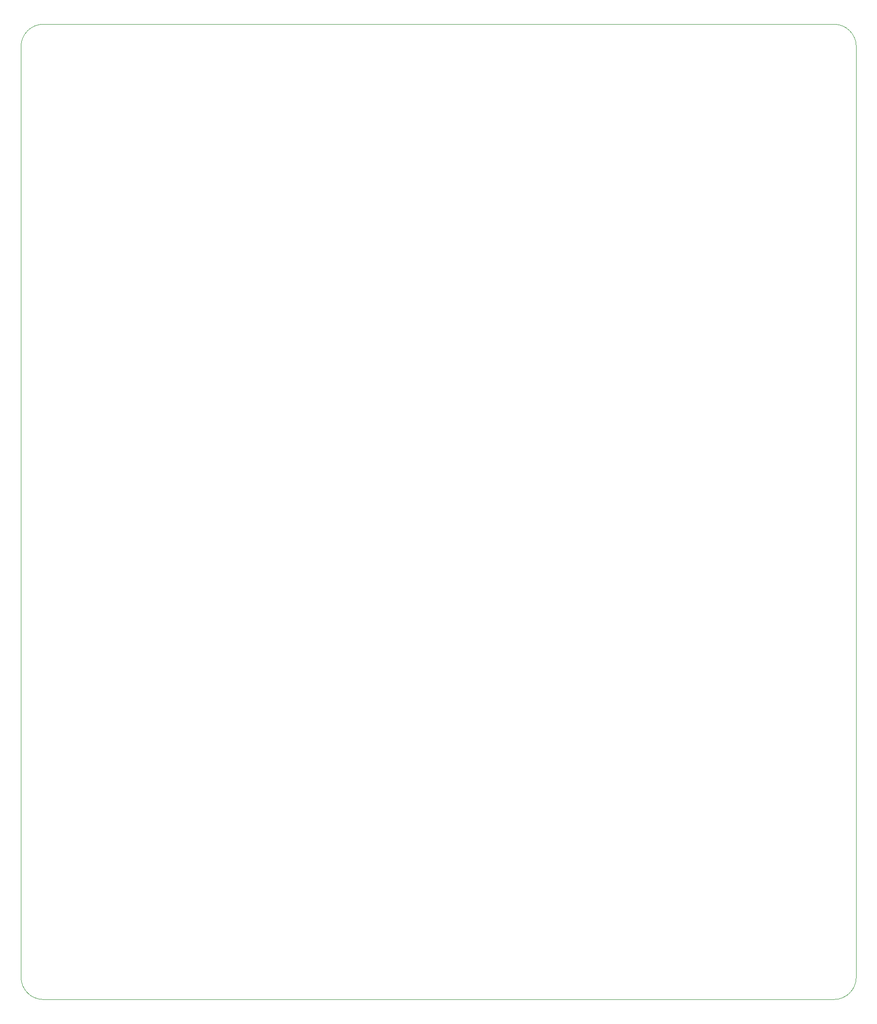
<source format=gbr>
%TF.GenerationSoftware,KiCad,Pcbnew,(5.1.4)-1*%
%TF.CreationDate,2021-04-02T11:00:34-05:00*%
%TF.ProjectId,PackVoltage_2021,5061636b-566f-46c7-9461-67655f323032,rev?*%
%TF.SameCoordinates,Original*%
%TF.FileFunction,Profile,NP*%
%FSLAX46Y46*%
G04 Gerber Fmt 4.6, Leading zero omitted, Abs format (unit mm)*
G04 Created by KiCad (PCBNEW (5.1.4)-1) date 2021-04-02 11:00:34*
%MOMM*%
%LPD*%
G04 APERTURE LIST*
%ADD10C,0.050000*%
G04 APERTURE END LIST*
D10*
X224536000Y0D02*
G75*
G02X228600000Y-4064000I0J-4064000D01*
G01*
X228600000Y-173736000D02*
G75*
G02X224536000Y-177800000I-4064000J0D01*
G01*
X80264000Y-177800000D02*
G75*
G02X76200000Y-173736000I0J4064000D01*
G01*
X76200000Y-4064000D02*
G75*
G02X80264000Y0I4064000J0D01*
G01*
X76200000Y-4064000D02*
X76200000Y-173736000D01*
X228600000Y-4064000D02*
X228600000Y-173736000D01*
X80264000Y0D02*
X224536000Y0D01*
X224536000Y-177800000D02*
X80264000Y-177800000D01*
M02*

</source>
